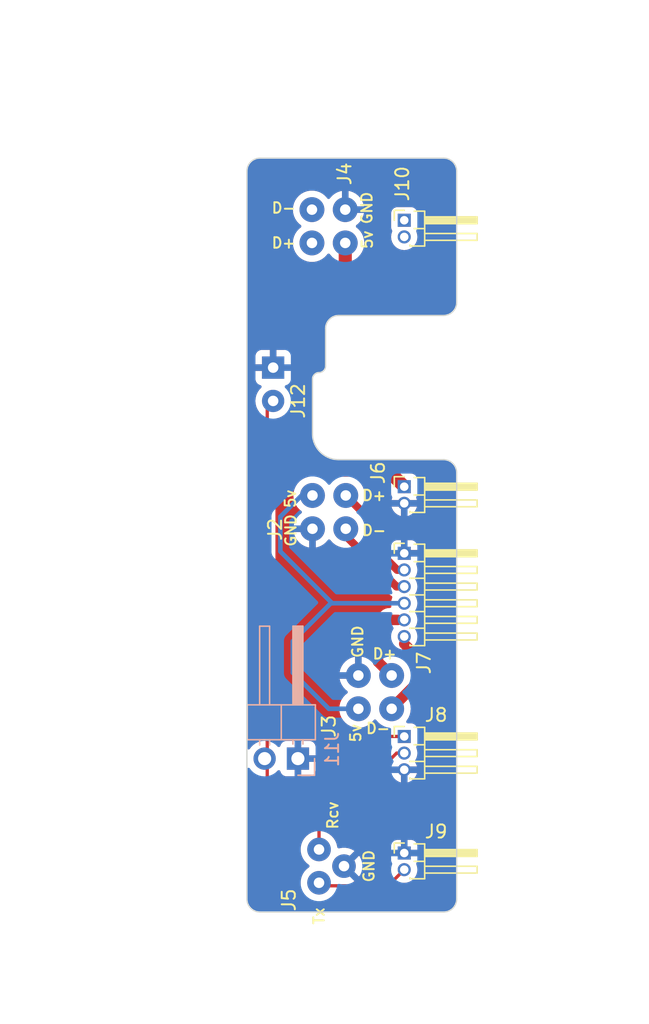
<source format=kicad_pcb>
(kicad_pcb (version 20221018) (generator pcbnew)
  (layers (0 "F.Cu" signal) (31 "B.Cu" signal) (34 "B.Paste" user) (35 "F.Paste" user) (36 "B.SilkS" user "B.Silkscreen") (37 "F.SilkS" user "F.Silkscreen") (38 "B.Mask" user) (39 "F.Mask" user) (44 "Edge.Cuts" user))
  (net 0 "")
  (net 1 "T2OUT")
  (net 2 "R2IN")
  (net 3 "USBHost-DM2")
  (net 4 "USBHost-DP2")
  (net 5 "VDD_5V")
  (net 6 "USBHost-DM1")
  (net 7 "USBHost-DP1")
  (net 8 "GND")
  (net 9 "VBUS")
  (net 12 "PWRBTN")
  (footprint "Connector_PinHeader_1.27mm:PinHeader_1x02_P1.27mm_Horizontal" (layer "F.Cu") (at 114 52.74)
    (fp_text reference "J10" (at -0.15 -2.79 90) (layer "F.SilkS"))
    (fp_text value "Conn_01x02")
    (fp_line (start -0.76 -0.76) (end 0 -0.76) (stroke (width 0.12)) (layer "F.SilkS"))
    (fp_line (start -0.76 0) (end -0.76 -0.76) (stroke (width 0.12)) (layer "F.SilkS"))
    (fp_line (start 0.44 1.965) (end 0.44 1.889677) (stroke (width 0.12)) (layer "F.SilkS"))
    (fp_line (start 0.76 -0.695) (end 1.56 -0.695) (stroke (width 0.12)) (layer "F.SilkS"))
    (fp_line (start 0.76 0.635) (end 1.56 0.635) (stroke (width 0.12)) (layer "F.SilkS"))
    (fp_line (start 1.56 -0.695) (end 1.56 1.965) (stroke (width 0.12)) (layer "F.SilkS"))
    (fp_line (start 1.56 -0.26) (end 5.56 -0.26) (stroke (width 0.12)) (layer "F.SilkS"))
    (fp_line (start 1.56 -0.2) (end 5.56 -0.2) (stroke (width 0.12)) (layer "F.SilkS"))
    (fp_line (start 1.56 -0.08) (end 5.56 -0.08) (stroke (width 0.12)) (layer "F.SilkS"))
    (fp_line (start 1.56 0.04) (end 5.56 0.04) (stroke (width 0.12)) (layer "F.SilkS"))
    (fp_line (start 1.56 0.16) (end 5.56 0.16) (stroke (width 0.12)) (layer "F.SilkS"))
    (fp_line (start 1.56 1.01) (end 5.56 1.01) (stroke (width 0.12)) (layer "F.SilkS"))
    (fp_line (start 1.56 1.965) (end 0.44 1.965) (stroke (width 0.12)) (layer "F.SilkS"))
    (fp_line (start 5.56 -0.26) (end 5.56 0.26) (stroke (width 0.12)) (layer "F.SilkS"))
    (fp_line (start 5.56 0.26) (end 1.56 0.26) (stroke (width 0.12)) (layer "F.SilkS"))
    (fp_line (start 5.56 1.01) (end 5.56 1.53) (stroke (width 0.12)) (layer "F.SilkS"))
    (fp_line (start 5.56 1.53) (end 1.56 1.53) (stroke (width 0.12)) (layer "F.SilkS"))
    (pad "1" thru_hole rect (at 0 0) (size 1 1) (drill 0.65) (layers "*.Cu" "*.Mask"))
    (pad "2" thru_hole oval (at 0 1.27) (size 1 1) (drill 0.65) (layers "*.Cu" "*.Mask"))
  )
  (footprint "Connector_PinHeader_1.27mm:PinHeader_1x02_P1.27mm_Horizontal" (layer "F.Cu") (at 114 101)
    (fp_text reference "J9" (at 2.4325 -1.635) (layer "F.SilkS"))
    (fp_text value "Conn_01x02")
    (fp_line (start -0.76 -0.76) (end 0 -0.76) (stroke (width 0.12)) (layer "F.SilkS"))
    (fp_line (start -0.76 0) (end -0.76 -0.76) (stroke (width 0.12)) (layer "F.SilkS"))
    (fp_line (start 0.44 1.965) (end 0.44 1.889677) (stroke (width 0.12)) (layer "F.SilkS"))
    (fp_line (start 0.76 -0.695) (end 1.56 -0.695) (stroke (width 0.12)) (layer "F.SilkS"))
    (fp_line (start 0.76 0.635) (end 1.56 0.635) (stroke (width 0.12)) (layer "F.SilkS"))
    (fp_line (start 1.56 -0.695) (end 1.56 1.965) (stroke (width 0.12)) (layer "F.SilkS"))
    (fp_line (start 1.56 -0.26) (end 5.56 -0.26) (stroke (width 0.12)) (layer "F.SilkS"))
    (fp_line (start 1.56 -0.2) (end 5.56 -0.2) (stroke (width 0.12)) (layer "F.SilkS"))
    (fp_line (start 1.56 -0.08) (end 5.56 -0.08) (stroke (width 0.12)) (layer "F.SilkS"))
    (fp_line (start 1.56 0.04) (end 5.56 0.04) (stroke (width 0.12)) (layer "F.SilkS"))
    (fp_line (start 1.56 0.16) (end 5.56 0.16) (stroke (width 0.12)) (layer "F.SilkS"))
    (fp_line (start 1.56 1.01) (end 5.56 1.01) (stroke (width 0.12)) (layer "F.SilkS"))
    (fp_line (start 1.56 1.965) (end 0.44 1.965) (stroke (width 0.12)) (layer "F.SilkS"))
    (fp_line (start 5.56 -0.26) (end 5.56 0.26) (stroke (width 0.12)) (layer "F.SilkS"))
    (fp_line (start 5.56 0.26) (end 1.56 0.26) (stroke (width 0.12)) (layer "F.SilkS"))
    (fp_line (start 5.56 1.01) (end 5.56 1.53) (stroke (width 0.12)) (layer "F.SilkS"))
    (fp_line (start 5.56 1.53) (end 1.56 1.53) (stroke (width 0.12)) (layer "F.SilkS"))
    (pad "1" thru_hole rect (at 0 0) (size 1 1) (drill 0.65) (layers "*.Cu" "*.Mask") (net 8 "GND"))
    (pad "2" thru_hole oval (at 0 1.27) (size 1 1) (drill 0.65) (layers "*.Cu" "*.Mask") (net 12 "PWRBTN"))
  )
  (footprint "Connector_PinHeader_1.27mm:PinHeader_1x02_P1.27mm_Horizontal" (layer "F.Cu") (at 114 73.06)
    (fp_text reference "J6" (at -2 -1.06 90) (layer "F.SilkS"))
    (fp_text value "Conn_01x02")
    (fp_line (start -0.76 -0.76) (end 0 -0.76) (stroke (width 0.12)) (layer "F.SilkS"))
    (fp_line (start -0.76 0) (end -0.76 -0.76) (stroke (width 0.12)) (layer "F.SilkS"))
    (fp_line (start 0.44 1.965) (end 0.44 1.889677) (stroke (width 0.12)) (layer "F.SilkS"))
    (fp_line (start 0.76 -0.695) (end 1.56 -0.695) (stroke (width 0.12)) (layer "F.SilkS"))
    (fp_line (start 0.76 0.635) (end 1.56 0.635) (stroke (width 0.12)) (layer "F.SilkS"))
    (fp_line (start 1.56 -0.695) (end 1.56 1.965) (stroke (width 0.12)) (layer "F.SilkS"))
    (fp_line (start 1.56 -0.26) (end 5.56 -0.26) (stroke (width 0.12)) (layer "F.SilkS"))
    (fp_line (start 1.56 -0.2) (end 5.56 -0.2) (stroke (width 0.12)) (layer "F.SilkS"))
    (fp_line (start 1.56 -0.08) (end 5.56 -0.08) (stroke (width 0.12)) (layer "F.SilkS"))
    (fp_line (start 1.56 0.04) (end 5.56 0.04) (stroke (width 0.12)) (layer "F.SilkS"))
    (fp_line (start 1.56 0.16) (end 5.56 0.16) (stroke (width 0.12)) (layer "F.SilkS"))
    (fp_line (start 1.56 1.01) (end 5.56 1.01) (stroke (width 0.12)) (layer "F.SilkS"))
    (fp_line (start 1.56 1.965) (end 0.44 1.965) (stroke (width 0.12)) (layer "F.SilkS"))
    (fp_line (start 5.56 -0.26) (end 5.56 0.26) (stroke (width 0.12)) (layer "F.SilkS"))
    (fp_line (start 5.56 0.26) (end 1.56 0.26) (stroke (width 0.12)) (layer "F.SilkS"))
    (fp_line (start 5.56 1.01) (end 5.56 1.53) (stroke (width 0.12)) (layer "F.SilkS"))
    (fp_line (start 5.56 1.53) (end 1.56 1.53) (stroke (width 0.12)) (layer "F.SilkS"))
    (pad "1" thru_hole rect (at 0 0) (size 1 1) (drill 0.65) (layers "*.Cu" "*.Mask") (net 9 "VBUS"))
    (pad "2" thru_hole oval (at 0 1.27) (size 1 1) (drill 0.65) (layers "*.Cu" "*.Mask") (net 8 "GND"))
  )
  (footprint "WiRoc:USBConnPads7" (layer "F.Cu") (at 109.5 51.93 -90)
    (fp_text reference "J4" (at -2.73 0.05 90) (layer "F.SilkS"))
    (fp_text value "USB_Power_02x02")
    (fp_text user "5v" (at 2.2886 -1.6824 90) (layer "F.SilkS") (effects (font (size 0.8 0.8))))
    (fp_text user "D-" (at -0.127 4.699) (layer "F.SilkS") (effects (font (size 0.8 0.8))))
    (fp_text user "D+" (at 2.54 4.699) (layer "F.SilkS") (effects (font (size 0.8 0.8))))
    (fp_text user "GND" (at -0.127 -1.651 -270) (layer "F.SilkS") (effects (font (size 0.8 0.8))))
    (pad "1" thru_hole oval (at 2.54 0 270) (size 1.9 1.9) (drill 0.8) (layers "*.Cu" "*.Mask") (net 9 "VBUS"))
    (pad "2" thru_hole oval (at 0 2.54 270) (size 1.9 1.9) (drill 0.8) (layers "*.Cu" "*.Mask"))
    (pad "3" thru_hole oval (at 2.54 2.54 270) (size 1.9 1.9) (drill 0.8) (layers "*.Cu" "*.Mask"))
    (pad "4" thru_hole oval (at 0 0 270) (size 1.9 1.9) (drill 0.8) (layers "*.Cu" "*.Mask") (net 8 "GND"))
  )
  (footprint "WiRoc:USBConnPads8" (layer "F.Cu") (at 110.5 90 90)
    (fp_text reference "J3" (at -1.33 -2.25 90) (layer "F.SilkS"))
    (fp_text value "USB_Host_Data_02x02")
    (fp_text user "D-" (at -1.5 1.5) (layer "F.SilkS") (effects (font (size 0.8 0.8))))
    (fp_text user "D+" (at 4.191 2) (layer "F.SilkS") (effects (font (size 0.8 0.8))))
    (fp_text user "GND" (at 5.12 -0.05 90) (layer "F.SilkS") (effects (font (size 0.8 0.8))))
    (fp_text user "5v" (at -1.85 -0.2 90) (layer "F.SilkS") (effects (font (size 0.8 0.8))))
    (pad "1" thru_hole oval (at 0 0 90) (size 1.9 1.9) (drill 0.8) (layers "*.Cu" "*.Mask") (net 5 "VDD_5V"))
    (pad "2" thru_hole oval (at 0 2.54 90) (size 1.9 1.9) (drill 0.8) (layers "*.Cu" "*.Mask") (net 3 "USBHost-DM2"))
    (pad "3" thru_hole oval (at 2.54 2.54 90) (size 1.9 1.9) (drill 0.8) (layers "*.Cu" "*.Mask") (net 4 "USBHost-DP2"))
    (pad "4" thru_hole oval (at 2.54 0 90) (size 1.9 1.9) (drill 0.8) (layers "*.Cu" "*.Mask") (net 8 "GND"))
  )
  (footprint "WiRoc:USBConnPads7" (layer "F.Cu") (at 107 76.27 90)
    (fp_text reference "J2" (at -0.0482 -2.8508 90) (layer "F.SilkS"))
    (fp_text value "USB_Host_Data_02x02")
    (fp_text user "D+" (at 2.54 4.699 180) (layer "F.SilkS") (effects (font (size 0.8 0.8))))
    (fp_text user "GND" (at -0.127 -1.651 -90) (layer "F.SilkS") (effects (font (size 0.8 0.8))))
    (fp_text user "D-" (at -0.127 4.699 180) (layer "F.SilkS") (effects (font (size 0.8 0.8))))
    (fp_text user "5v" (at 2.2886 -1.6824 270) (layer "F.SilkS") (effects (font (size 0.8 0.8))))
    (pad "1" thru_hole oval (at 2.54 0 90) (size 1.9 1.9) (drill 0.8) (layers "*.Cu" "*.Mask") (net 5 "VDD_5V"))
    (pad "2" thru_hole oval (at 0 2.54 90) (size 1.9 1.9) (drill 0.8) (layers "*.Cu" "*.Mask") (net 6 "USBHost-DM1"))
    (pad "3" thru_hole oval (at 2.54 2.54 90) (size 1.9 1.9) (drill 0.8) (layers "*.Cu" "*.Mask") (net 7 "USBHost-DP1"))
    (pad "4" thru_hole oval (at 0 0 90) (size 1.9 1.9) (drill 0.8) (layers "*.Cu" "*.Mask") (net 8 "GND"))
  )
  (footprint "WiRoc:SerialConnPads3Pin" (layer "F.Cu") (at 107.5 102 90)
    (fp_text reference "J5" (at -2.58 -2.3 90) (layer "F.SilkS"))
    (fp_text value "Conn_01x03")
    (fp_text user "GND" (at 0 3.81 90) (layer "F.SilkS") (effects (font (size 0.8 0.8))))
    (fp_text user "Tx" (at -3.81 0 90) (layer "F.SilkS") (effects (font (size 0.8 0.8))))
    (fp_text user "Rcv" (at 3.87 1.05 90) (layer "F.SilkS") (effects (font (size 0.8 0.8))))
    (pad "1" thru_hole circle (at -1.27 0 90) (size 1.8 1.8) (drill 0.8) (layers "*.Cu" "*.Mask") (net 2 "R2IN"))
    (pad "2" thru_hole circle (at 1.27 0 90) (size 1.8 1.8) (drill 0.8) (layers "*.Cu" "*.Mask") (net 1 "T2OUT"))
    (pad "3" thru_hole circle (at 0 1.905 90) (size 1.8 1.8) (drill 0.8) (layers "*.Cu" "*.Mask") (net 8 "GND"))
  )
  (footprint "Connector_PinHeader_1.27mm:PinHeader_1x06_P1.27mm_Horizontal" (layer "F.Cu") (at 114 78.14)
    (fp_text reference "J7" (at 1.5 8.36 90) (layer "F.SilkS"))
    (fp_text value "Conn_01x06")
    (fp_line (start -0.76 -0.76) (end 0 -0.76) (stroke (width 0.12)) (layer "F.SilkS"))
    (fp_line (start -0.76 0) (end -0.76 -0.76) (stroke (width 0.12)) (layer "F.SilkS"))
    (fp_line (start 0.44 1.889677) (end 0.44 1.920323) (stroke (width 0.12)) (layer "F.SilkS"))
    (fp_line (start 0.44 1.905) (end 1.56 1.905) (stroke (width 0.12)) (layer "F.SilkS"))
    (fp_line (start 0.44 3.159677) (end 0.44 3.190323) (stroke (width 0.12)) (layer "F.SilkS"))
    (fp_line (start 0.44 3.175) (end 1.56 3.175) (stroke (width 0.12)) (layer "F.SilkS"))
    (fp_line (start 0.44 4.429677) (end 0.44 4.460323) (stroke (width 0.12)) (layer "F.SilkS"))
    (fp_line (start 0.44 4.445) (end 1.56 4.445) (stroke (width 0.12)) (layer "F.SilkS"))
    (fp_line (start 0.44 5.699677) (end 0.44 5.730323) (stroke (width 0.12)) (layer "F.SilkS"))
    (fp_line (start 0.44 5.715) (end 1.56 5.715) (stroke (width 0.12)) (layer "F.SilkS"))
    (fp_line (start 0.44 7.045) (end 0.44 6.969677) (stroke (width 0.12)) (layer "F.SilkS"))
    (fp_line (start 0.76 -0.695) (end 1.56 -0.695) (stroke (width 0.12)) (layer "F.SilkS"))
    (fp_line (start 0.76 0.635) (end 1.56 0.635) (stroke (width 0.12)) (layer "F.SilkS"))
    (fp_line (start 1.56 -0.695) (end 1.56 7.045) (stroke (width 0.12)) (layer "F.SilkS"))
    (fp_line (start 1.56 -0.26) (end 5.56 -0.26) (stroke (width 0.12)) (layer "F.SilkS"))
    (fp_line (start 1.56 -0.2) (end 5.56 -0.2) (stroke (width 0.12)) (layer "F.SilkS"))
    (fp_line (start 1.56 -0.08) (end 5.56 -0.08) (stroke (width 0.12)) (layer "F.SilkS"))
    (fp_line (start 1.56 0.04) (end 5.56 0.04) (stroke (width 0.12)) (layer "F.SilkS"))
    (fp_line (start 1.56 0.16) (end 5.56 0.16) (stroke (width 0.12)) (layer "F.SilkS"))
    (fp_line (start 1.56 1.01) (end 5.56 1.01) (stroke (width 0.12)) (layer "F.SilkS"))
    (fp_line (start 1.56 2.28) (end 5.56 2.28) (stroke (width 0.12)) (layer "F.SilkS"))
    (fp_line (start 1.56 3.55) (end 5.56 3.55) (stroke (width 0.12)) (layer "F.SilkS"))
    (fp_line (start 1.56 4.82) (end 5.56 4.82) (stroke (width 0.12)) (layer "F.SilkS"))
    (fp_line (start 1.56 6.09) (end 5.56 6.09) (stroke (width 0.12)) (layer "F.SilkS"))
    (fp_line (start 1.56 7.045) (end 0.44 7.045) (stroke (width 0.12)) (layer "F.SilkS"))
    (fp_line (start 5.56 -0.26) (end 5.56 0.26) (stroke (width 0.12)) (layer "F.SilkS"))
    (fp_line (start 5.56 0.26) (end 1.56 0.26) (stroke (width 0.12)) (layer "F.SilkS"))
    (fp_line (start 5.56 1.01) (end 5.56 1.53) (stroke (width 0.12)) (layer "F.SilkS"))
    (fp_line (start 5.56 1.53) (end 1.56 1.53) (stroke (width 0.12)) (layer "F.SilkS"))
    (fp_line (start 5.56 2.28) (end 5.56 2.8) (stroke (width 0.12)) (layer "F.SilkS"))
    (fp_line (start 5.56 2.8) (end 1.56 2.8) (stroke (width 0.12)) (layer "F.SilkS"))
    (fp_line (start 5.56 3.55) (end 5.56 4.07) (stroke (width 0.12)) (layer "F.SilkS"))
    (fp_line (start 5.56 4.07) (end 1.56 4.07) (stroke (width 0.12)) (layer "F.SilkS"))
    (fp_line (start 5.56 4.82) (end 5.56 5.34) (stroke (width 0.12)) (layer "F.SilkS"))
    (fp_line (start 5.56 5.34) (end 1.56 5.34) (stroke (width 0.12)) (layer "F.SilkS"))
    (fp_line (start 5.56 6.09) (end 5.56 6.61) (stroke (width 0.12)) (layer "F.SilkS"))
    (fp_line (start 5.56 6.61) (end 1.56 6.61) (stroke (width 0.12)) (layer "F.SilkS"))
    (pad "1" thru_hole rect (at 0 0) (size 1 1) (drill 0.65) (layers "*.Cu" "*.Mask") (net 8 "GND"))
    (pad "2" thru_hole oval (at 0 1.27) (size 1 1) (drill 0.65) (layers "*.Cu" "*.Mask") (net 7 "USBHost-DP1"))
    (pad "3" thru_hole oval (at 0 2.54) (size 1 1) (drill 0.65) (layers "*.Cu" "*.Mask") (net 6 "USBHost-DM1"))
    (pad "4" thru_hole oval (at 0 3.81) (size 1 1) (drill 0.65) (layers "*.Cu" "*.Mask") (net 5 "VDD_5V"))
    (pad "5" thru_hole oval (at 0 5.08) (size 1 1) (drill 0.65) (layers "*.Cu" "*.Mask") (net 4 "USBHost-DP2"))
    (pad "6" thru_hole oval (at 0 6.35) (size 1 1) (drill 0.65) (layers "*.Cu" "*.Mask") (net 3 "USBHost-DM2"))
  )
  (footprint "WiRoc:PwrBtnPads" (layer "F.Cu") (at 104 63.98)
    (fp_text reference "J12" (at 1.905 2.54 90) (layer "F.SilkS"))
    (fp_text value "Conn_01x02")
    (pad "1" thru_hole rect (at 0 0) (size 1.7 1.7) (drill 0.8) (layers "*.Cu" "*.Mask") (net 8 "GND"))
    (pad "2" thru_hole oval (at 0 2.54) (size 1.7 1.7) (drill 0.8) (layers "*.Cu" "*.Mask") (net 12 "PWRBTN"))
  )
  (footprint "Connector_PinHeader_1.27mm:PinHeader_1x03_P1.27mm_Horizontal" (layer "F.Cu") (at 114 92.11)
    (fp_text reference "J8" (at 2.4325 -1.635) (layer "F.SilkS"))
    (fp_text value "Conn_01x03")
    (fp_line (start -0.76 -0.76) (end 0 -0.76) (stroke (width 0.12)) (layer "F.SilkS"))
    (fp_line (start -0.76 0) (end -0.76 -0.76) (stroke (width 0.12)) (layer "F.SilkS"))
    (fp_line (start 0.44 1.889677) (end 0.44 1.920323) (stroke (width 0.12)) (layer "F.SilkS"))
    (fp_line (start 0.44 1.905) (end 1.56 1.905) (stroke (width 0.12)) (layer "F.SilkS"))
    (fp_line (start 0.44 3.235) (end 0.44 3.159677) (stroke (width 0.12)) (layer "F.SilkS"))
    (fp_line (start 0.76 -0.695) (end 1.56 -0.695) (stroke (width 0.12)) (layer "F.SilkS"))
    (fp_line (start 0.76 0.635) (end 1.56 0.635) (stroke (width 0.12)) (layer "F.SilkS"))
    (fp_line (start 1.56 -0.695) (end 1.56 3.235) (stroke (width 0.12)) (layer "F.SilkS"))
    (fp_line (start 1.56 -0.26) (end 5.56 -0.26) (stroke (width 0.12)) (layer "F.SilkS"))
    (fp_line (start 1.56 -0.2) (end 5.56 -0.2) (stroke (width 0.12)) (layer "F.SilkS"))
    (fp_line (start 1.56 -0.08) (end 5.56 -0.08) (stroke (width 0.12)) (layer "F.SilkS"))
    (fp_line (start 1.56 0.04) (end 5.56 0.04) (stroke (width 0.12)) (layer "F.SilkS"))
    (fp_line (start 1.56 0.16) (end 5.56 0.16) (stroke (width 0.12)) (layer "F.SilkS"))
    (fp_line (start 1.56 1.01) (end 5.56 1.01) (stroke (width 0.12)) (layer "F.SilkS"))
    (fp_line (start 1.56 2.28) (end 5.56 2.28) (stroke (width 0.12)) (layer "F.SilkS"))
    (fp_line (start 1.56 3.235) (end 0.44 3.235) (stroke (width 0.12)) (layer "F.SilkS"))
    (fp_line (start 5.56 -0.26) (end 5.56 0.26) (stroke (width 0.12)) (layer "F.SilkS"))
    (fp_line (start 5.56 0.26) (end 1.56 0.26) (stroke (width 0.12)) (layer "F.SilkS"))
    (fp_line (start 5.56 1.01) (end 5.56 1.53) (stroke (width 0.12)) (layer "F.SilkS"))
    (fp_line (start 5.56 1.53) (end 1.56 1.53) (stroke (width 0.12)) (layer "F.SilkS"))
    (fp_line (start 5.56 2.28) (end 5.56 2.8) (stroke (width 0.12)) (layer "F.SilkS"))
    (fp_line (start 5.56 2.8) (end 1.56 2.8) (stroke (width 0.12)) (layer "F.SilkS"))
    (pad "1" thru_hole rect (at 0 0) (size 1 1) (drill 0.65) (layers "*.Cu" "*.Mask") (net 1 "T2OUT"))
    (pad "2" thru_hole oval (at 0 1.27) (size 1 1) (drill 0.65) (layers "*.Cu" "*.Mask") (net 2 "R2IN"))
    (pad "3" thru_hole oval (at 0 2.54) (size 1 1) (drill 0.65) (layers "*.Cu" "*.Mask") (net 8 "GND"))
  )
  (footprint "Connector_PinHeader_2.54mm:PinHeader_1x02_P2.54mm_Horizontal" (layer "B.Cu") (at 105.89 93.8 90)
    (fp_text reference "J11" (at 0.7 2.61 90) (layer "B.SilkS") (effects (justify mirror)))
    (fp_text value "Conn_01x02")
    (fp_line (start -1.27 0) (end -1.27 1.27) (stroke (width 0.12)) (layer "B.SilkS"))
    (fp_line (start -1.27 1.27) (end 0 1.27) (stroke (width 0.12)) (layer "B.SilkS"))
    (fp_line (start 1.042929 -2.92) (end 1.44 -2.92) (stroke (width 0.12)) (layer "B.SilkS"))
    (fp_line (start 1.042929 -2.16) (end 1.44 -2.16) (stroke (width 0.12)) (layer "B.SilkS"))
    (fp_line (start 1.11 -0.38) (end 1.44 -0.38) (stroke (width 0.12)) (layer "B.SilkS"))
    (fp_line (start 1.11 0.38) (end 1.44 0.38) (stroke (width 0.12)) (layer "B.SilkS"))
    (fp_line (start 1.44 -3.87) (end 4.1 -3.87) (stroke (width 0.12)) (layer "B.SilkS"))
    (fp_line (start 1.44 -1.27) (end 4.1 -1.27) (stroke (width 0.12)) (layer "B.SilkS"))
    (fp_line (start 1.44 1.33) (end 1.44 -3.87) (stroke (width 0.12)) (layer "B.SilkS"))
    (fp_line (start 4.1 -3.87) (end 4.1 1.33) (stroke (width 0.12)) (layer "B.SilkS"))
    (fp_line (start 4.1 -2.16) (end 10.1 -2.16) (stroke (width 0.12)) (layer "B.SilkS"))
    (fp_line (start 4.1 -0.28) (end 10.1 -0.28) (stroke (width 0.12)) (layer "B.SilkS"))
    (fp_line (start 4.1 -0.16) (end 10.1 -0.16) (stroke (width 0.12)) (layer "B.SilkS"))
    (fp_line (start 4.1 -0.04) (end 10.1 -0.04) (stroke (width 0.12)) (layer "B.SilkS"))
    (fp_line (start 4.1 0.08) (end 10.1 0.08) (stroke (width 0.12)) (layer "B.SilkS"))
    (fp_line (start 4.1 0.2) (end 10.1 0.2) (stroke (width 0.12)) (layer "B.SilkS"))
    (fp_line (start 4.1 0.32) (end 10.1 0.32) (stroke (width 0.12)) (layer "B.SilkS"))
    (fp_line (start 4.1 0.38) (end 10.1 0.38) (stroke (width 0.12)) (layer "B.SilkS"))
    (fp_line (start 4.1 1.33) (end 1.44 1.33) (stroke (width 0.12)) (layer "B.SilkS"))
    (fp_line (start 10.1 -2.92) (end 4.1 -2.92) (stroke (width 0.12)) (layer "B.SilkS"))
    (fp_line (start 10.1 -2.16) (end 10.1 -2.92) (stroke (width 0.12)) (layer "B.SilkS"))
    (fp_line (start 10.1 -0.38) (end 4.1 -0.38) (stroke (width 0.12)) (layer "B.SilkS"))
    (fp_line (start 10.1 0.38) (end 10.1 -0.38) (stroke (width 0.12)) (layer "B.SilkS"))
    (pad "1" thru_hole rect (at 0 0 90) (size 1.7 1.7) (drill 1) (layers "*.Cu" "*.Mask") (net 8 "GND"))
    (pad "2" thru_hole oval (at 0 -2.54 90) (size 1.7 1.7) (drill 1) (layers "*.Cu" "*.Mask") (net 12 "PWRBTN"))
  )
  (gr_line (start 102 49) (end 102 104.5) (stroke (width 0.1)) (layer "Edge.Cuts"))
  (gr_line (start 118 59) (end 118 49) (stroke (width 0.1)) (layer "Edge.Cuts"))
  (gr_arc (start 107 64.853553) (mid 107.146447 64.5) (end 107.5 64.353553) (stroke (width 0.1)) (layer "Edge.Cuts"))
  (gr_line (start 109 60) (end 117 60) (stroke (width 0.1)) (layer "Edge.Cuts"))
  (gr_arc (start 118 104.5) (mid 117.707107 105.207107) (end 117 105.5) (stroke (width 0.1)) (layer "Edge.Cuts"))
  (gr_arc (start 117 48) (mid 117.707107 48.292893) (end 118 49) (stroke (width 0.1)) (layer "Edge.Cuts"))
  (gr_arc (start 103 105.5) (mid 102.292893 105.207107) (end 102 104.5) (stroke (width 0.1)) (layer "Edge.Cuts"))
  (gr_arc (start 102 49) (mid 102.292893 48.292893) (end 103 48) (stroke (width 0.1)) (layer "Edge.Cuts"))
  (gr_arc (start 108 63.853553) (mid 107.853553 64.207106) (end 107.5 64.353553) (stroke (width 0.1)) (layer "Edge.Cuts"))
  (gr_arc (start 117 71) (mid 117.707107 71.292893) (end 118 72) (stroke (width 0.1)) (layer "Edge.Cuts"))
  (gr_line (start 108 63.853553) (end 108 61) (stroke (width 0.1)) (layer "Edge.Cuts"))
  (gr_arc (start 108 61) (mid 108.292893 60.292893) (end 109 60) (stroke (width 0.1)) (layer "Edge.Cuts"))
  (gr_arc (start 118 59) (mid 117.707107 59.707107) (end 117 60) (stroke (width 0.1)) (layer "Edge.Cuts"))
  (gr_line (start 118 104.5) (end 118 72) (stroke (width 0.1)) (layer "Edge.Cuts"))
  (gr_line (start 117 48) (end 103 48) (stroke (width 0.1)) (layer "Edge.Cuts"))
  (gr_line (start 117 71) (end 109 71) (stroke (width 0.1)) (layer "Edge.Cuts"))
  (gr_line (start 107 64.853553) (end 107 69) (stroke (width 0.1)) (layer "Edge.Cuts"))
  (gr_arc (start 109 71) (mid 107.585786 70.414214) (end 107 69) (stroke (width 0.1)) (layer "Edge.Cuts"))
  (gr_line (start 117 105.5) (end 103 105.5) (stroke (width 0.1)) (layer "Edge.Cuts"))
  (segment (start 112.59 92.11) (end 114 92.11) (width 0.25) (layer "F.Cu") (net 1))
  (segment (start 107.5 100.73) (end 107.5 97.2) (width 0.25) (layer "F.Cu") (net 1))
  (segment (start 107.5 97.2) (end 112.59 92.11) (width 0.25) (layer "F.Cu") (net 1))
  (segment (start 114 93.38) (end 113.42 93.38) (width 0.25) (layer "F.Cu") (net 2))
  (segment (start 112.5 94.3) (end 112.5 101) (width 0.25) (layer "F.Cu") (net 2))
  (segment (start 107.73 103.5) (end 107.5 103.27) (width 0.25) (layer "F.Cu") (net 2))
  (segment (start 110 103.5) (end 107.73 103.5) (width 0.25) (layer "F.Cu") (net 2))
  (segment (start 113.42 93.38) (end 112.5 94.3) (width 0.25) (layer "F.Cu") (net 2))
  (segment (start 112.5 101) (end 110 103.5) (width 0.25) (layer "F.Cu") (net 2))
  (segment (start 115 88) (end 115 86.05) (width 0.8) (layer "F.Cu") (net 3))
  (segment (start 114 85.05) (end 114 84.49) (width 0.25) (layer "F.Cu") (net 3))
  (segment (start 115 86.05) (end 114 85.05) (width 0.8) (layer "F.Cu") (net 3))
  (segment (start 113.04 90) (end 113.04 89.96) (width 0.8) (layer "F.Cu") (net 3))
  (segment (start 113.04 89.96) (end 115 88) (width 0.8) (layer "F.Cu") (net 3))
  (segment (start 113.51 83.22) (end 112.88 83.22) (width 0.8) (layer "F.Cu") (net 4))
  (segment (start 112 84.1) (end 112 86.42) (width 0.8) (layer "F.Cu") (net 4))
  (segment (start 112 86.42) (end 113.04 87.46) (width 0.8) (layer "F.Cu") (net 4))
  (segment (start 112.88 83.22) (end 112 84.1) (width 0.8) (layer "F.Cu") (net 4))
  (segment (start 114 83.22) (end 113.51 83.22) (width 0.25) (layer "F.Cu") (net 4))
  (segment (start 108.45 81.9) (end 105.5 84.85) (width 0.35) (layer "B.Cu") (net 5))
  (segment (start 104.55 78) (end 104.55 75.35) (width 0.35) (layer "B.Cu") (net 5))
  (segment (start 108.25 90) (end 110.5 90) (width 0.35) (layer "B.Cu") (net 5))
  (segment (start 108.5 81.95) (end 108.45 81.9) (width 0.35) (layer "B.Cu") (net 5))
  (segment (start 105.5 87.25) (end 108.25 90) (width 0.35) (layer "B.Cu") (net 5))
  (segment (start 114 81.95) (end 108.5 81.95) (width 0.35) (layer "B.Cu") (net 5))
  (segment (start 108.45 81.9) (end 104.55 78) (width 0.35) (layer "B.Cu") (net 5))
  (segment (start 104.55 75.35) (end 106.17 73.73) (width 0.35) (layer "B.Cu") (net 5))
  (segment (start 106.17 73.73) (end 107 73.73) (width 0.35) (layer "B.Cu") (net 5))
  (segment (start 105.5 84.85) (end 105.5 87.25) (width 0.35) (layer "B.Cu") (net 5))
  (segment (start 113.41 80.68) (end 109.54 76.81) (width 0.6) (layer "F.Cu") (net 6))
  (segment (start 114 80.68) (end 113.41 80.68) (width 0.6) (layer "F.Cu") (net 6))
  (segment (start 109.54 76.81) (end 109.54 76.27) (width 0.6) (layer "F.Cu") (net 6))
  (segment (start 114 79.41) (end 113.46 79.41) (width 0.6) (layer "F.Cu") (net 7))
  (segment (start 113.46 79.41) (end 112.1 78.05) (width 0.6) (layer "F.Cu") (net 7))
  (segment (start 112.1 76.29) (end 109.54 73.73) (width 0.6) (layer "F.Cu") (net 7))
  (segment (start 112.1 78.05) (end 112.1 76.29) (width 0.6) (layer "F.Cu") (net 7))
  (segment (start 114 73.06) (end 112.74 71.8) (width 1) (layer "F.Cu") (net 9))
  (segment (start 109.5 56.5) (end 109.5 54.47) (width 1) (layer "F.Cu") (net 9))
  (segment (start 106 70) (end 106 60) (width 1) (layer "F.Cu") (net 9))
  (segment (start 112.74 71.8) (end 107.8 71.8) (width 1) (layer "F.Cu") (net 9))
  (segment (start 107.8 71.8) (end 106 70) (width 1) (layer "F.Cu") (net 9))
  (segment (start 106 60) (end 109.5 56.5) (width 1) (layer "F.Cu") (net 9))
  (segment (start 111.27 105) (end 106.475 105) (width 0.25) (layer "F.Cu") (net 12))
  (segment (start 103.55 66.97) (end 104 66.52) (width 0.25) (layer "F.Cu") (net 12))
  (segment (start 114 102.27) (end 111.27 105) (width 0.25) (layer "F.Cu") (net 12))
  (segment (start 106.475 105) (end 103.55 102.075) (width 0.25) (layer "F.Cu") (net 12))
  (segment (start 103.55 102.075) (end 103.55 66.97) (width 0.25) (layer "F.Cu") (net 12))
  (zone (net 8) (net_name "GND") (layer "F.Cu") (connect_pads (clearance 0.5)) (min_thickness 0.25) (fill yes (thermal_gap 0.5) (thermal_bridge_width 0.5))
    (polygon (pts (xy 120.777 39.624) (xy 120.396 108.077) (xy 96.012 107.823) (xy 96.012 39.751)))
  )
  (zone (net 8) (net_name "GND") (layer "B.Cu") (priority 1) (connect_pads (clearance 0.5)) (min_thickness 0.25) (fill yes (thermal_gap 0.5) (thermal_bridge_width 0.5))
    (polygon (pts (xy 118.237 35.941) (xy 97.536 36.322) (xy 97.536 114.046) (xy 119.634 114.046)))
  )
)
</source>
